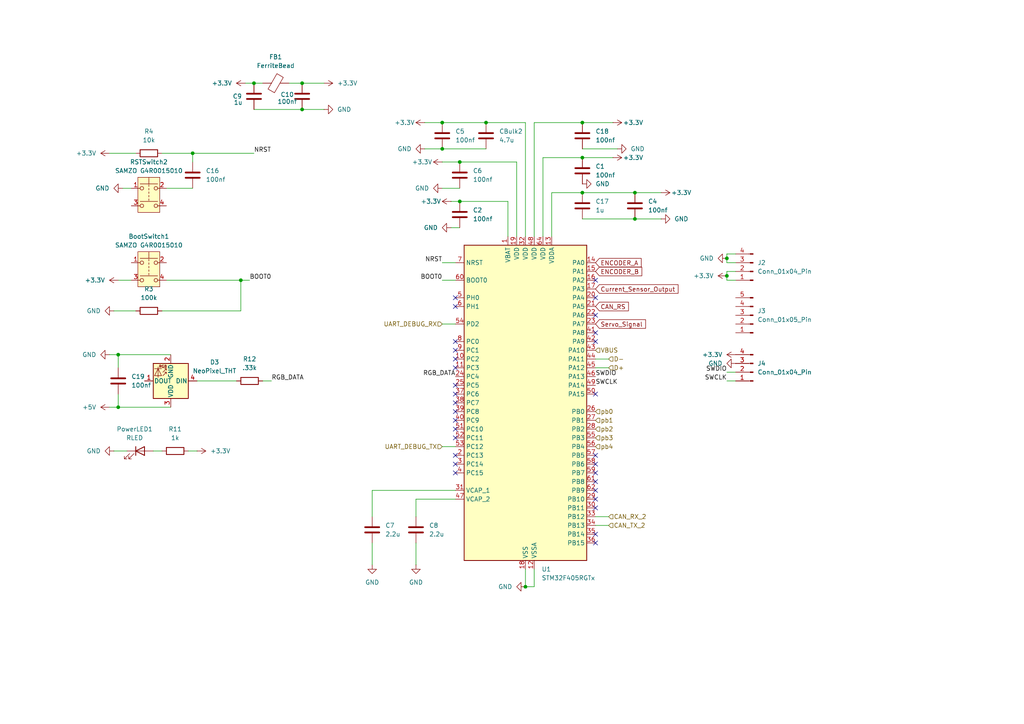
<source format=kicad_sch>
(kicad_sch (version 20250114) (generator "eeschema") (generator_version "9.0")
  (paper "A4")
  (lib_symbols
    (symbol "Connector:Conn_01x04_Pin" (pin_names (offset 1.016) (hide yes))
      (property "Reference" "J" (at 0 5.08 0))
      (property "Value" "Conn_01x04_Pin" (at 0 -7.62 0))
      (symbol "Conn_01x04_Pin_1_1"
        (rectangle (start 0.8636 2.667) (end 0 2.413) (stroke (width 0.1524)) (fill (type outline)))
        (rectangle (start 0.8636 0.127) (end 0 -0.127) (stroke (width 0.1524)) (fill (type outline)))
        (rectangle (start 0.8636 -2.413) (end 0 -2.667) (stroke (width 0.1524)) (fill (type outline)))
        (rectangle (start 0.8636 -4.953) (end 0 -5.207) (stroke (width 0.1524)) (fill (type outline)))
        (polyline (pts (xy 1.27 2.54) (xy 0.8636 2.54)) (stroke (width 0.1524)))
        (polyline (pts (xy 1.27 0) (xy 0.8636 0)) (stroke (width 0.1524)))
        (polyline (pts (xy 1.27 -2.54) (xy 0.8636 -2.54)) (stroke (width 0.1524)))
        (polyline (pts (xy 1.27 -5.08) (xy 0.8636 -5.08)) (stroke (width 0.1524)))
        (pin passive line (at 5.08 2.54 180) (length 3.81) (name "Pin_1") (number "1"))
        (pin passive line (at 5.08 0 180) (length 3.81) (name "Pin_2") (number "2"))
        (pin passive line (at 5.08 -2.54 180) (length 3.81) (name "Pin_3") (number "3"))
        (pin passive line (at 5.08 -5.08 180) (length 3.81) (name "Pin_4") (number "4"))
      )
    )
    (symbol "Connector:Conn_01x05_Pin" (pin_names (offset 1.016) (hide yes))
      (property "Reference" "J" (at 0 7.62 0))
      (property "Value" "Conn_01x05_Pin" (at 0 -7.62 0))
      (symbol "Conn_01x05_Pin_1_1"
        (rectangle (start 0.8636 5.207) (end 0 4.953) (stroke (width 0.1524)) (fill (type outline)))
        (rectangle (start 0.8636 2.667) (end 0 2.413) (stroke (width 0.1524)) (fill (type outline)))
        (rectangle (start 0.8636 0.127) (end 0 -0.127) (stroke (width 0.1524)) (fill (type outline)))
        (rectangle (start 0.8636 -2.413) (end 0 -2.667) (stroke (width 0.1524)) (fill (type outline)))
        (rectangle (start 0.8636 -4.953) (end 0 -5.207) (stroke (width 0.1524)) (fill (type outline)))
        (polyline (pts (xy 1.27 5.08) (xy 0.8636 5.08)) (stroke (width 0.1524)))
        (polyline (pts (xy 1.27 2.54) (xy 0.8636 2.54)) (stroke (width 0.1524)))
        (polyline (pts (xy 1.27 0) (xy 0.8636 0)) (stroke (width 0.1524)))
        (polyline (pts (xy 1.27 -2.54) (xy 0.8636 -2.54)) (stroke (width 0.1524)))
        (polyline (pts (xy 1.27 -5.08) (xy 0.8636 -5.08)) (stroke (width 0.1524)))
        (pin passive line (at 5.08 5.08 180) (length 3.81) (name "Pin_1") (number "1"))
        (pin passive line (at 5.08 2.54 180) (length 3.81) (name "Pin_2") (number "2"))
        (pin passive line (at 5.08 0 180) (length 3.81) (name "Pin_3") (number "3"))
        (pin passive line (at 5.08 -2.54 180) (length 3.81) (name "Pin_4") (number "4"))
        (pin passive line (at 5.08 -5.08 180) (length 3.81) (name "Pin_5") (number "5"))
      )
    )
    (symbol "Device:C" (pin_numbers (hide yes)) (pin_names (offset 0.254))
      (property "Reference" "C" (at 0.635 2.54 0))
      (property "Value" "C" (at 0.635 -2.54 0))
      (symbol "C_0_1"
        (polyline (pts (xy -2.032 0.762) (xy 2.032 0.762)) (stroke (width 0.508)))
        (polyline (pts (xy -2.032 -0.762) (xy 2.032 -0.762)) (stroke (width 0.508)))
      )
      (symbol "C_1_1"
        (pin passive line (at 0 3.81 270) (length 2.794) (name "~") (number "1"))
        (pin passive line (at 0 -3.81 90) (length 2.794) (name "~") (number "2"))
      )
    )
    (symbol "Device:FerriteBead" (pin_numbers (hide yes)) (pin_names (offset 0))
      (property "Reference" "FB" (at -3.81 0.635 90))
      (property "Value" "FerriteBead" (at 3.81 0 90))
      (symbol "FerriteBead_0_1"
        (polyline (pts (xy -2.7686 0.4064) (xy -1.7018 2.2606) (xy 2.7686 -0.3048) (xy 1.6764 -2.159) (xy -2.7686 0.4064)))
        (polyline (pts (xy 0 1.27) (xy 0 1.2954)))
        (polyline (pts (xy 0 -1.27) (xy 0 -1.2192)))
      )
      (symbol "FerriteBead_1_1"
        (pin passive line (at 0 3.81 270) (length 2.54) (name "~") (number "1"))
        (pin passive line (at 0 -3.81 90) (length 2.54) (name "~") (number "2"))
      )
    )
    (symbol "Device:LED" (pin_numbers (hide yes)) (pin_names (offset 1.016) (hide yes))
      (property "Reference" "D" (at 0 2.54 0))
      (property "Value" "LED" (at 0 -2.54 0))
      (symbol "LED_0_1"
        (polyline (pts (xy -3.048 -0.762) (xy -4.572 -2.286) (xy -3.81 -2.286) (xy -4.572 -2.286) (xy -4.572 -1.524)))
        (polyline (pts (xy -1.778 -0.762) (xy -3.302 -2.286) (xy -2.54 -2.286) (xy -3.302 -2.286) (xy -3.302 -1.524)))
        (polyline (pts (xy -1.27 0) (xy 1.27 0)))
        (polyline (pts (xy -1.27 -1.27) (xy -1.27 1.27)) (stroke (width 0.254)))
        (polyline (pts (xy 1.27 -1.27) (xy 1.27 1.27) (xy -1.27 0) (xy 1.27 -1.27)) (stroke (width 0.254)))
      )
      (symbol "LED_1_1"
        (pin passive line (at -3.81 0 0) (length 2.54) (name "K") (number "1"))
        (pin passive line (at 3.81 0 180) (length 2.54) (name "A") (number "2"))
      )
    )
    (symbol "Device:R" (pin_numbers (hide yes)) (pin_names (offset 0))
      (property "Reference" "R" (at 2.032 0 90))
      (property "Value" "R" (at 0 0 90))
      (symbol "R_0_1"
        (rectangle (start -1.016 -2.54) (end 1.016 2.54) (stroke (width 0.254)))
      )
      (symbol "R_1_1"
        (pin passive line (at 0 3.81 270) (length 1.27) (name "~") (number "1"))
        (pin passive line (at 0 -3.81 90) (length 1.27) (name "~") (number "2"))
      )
    )
    (symbol "LED:NeoPixel_THT" (pin_names (offset 0.254))
      (property "Reference" "D" (at 5.08 5.715 0))
      (property "Value" "NeoPixel_THT" (at 1.27 -5.715 0))
      (symbol "NeoPixel_THT_0_0"
        (text "RGB" (at 2.286 -4.191 0) (effects (font (size 0.762 0.762))))
      )
      (symbol "NeoPixel_THT_0_1"
        (polyline (pts (xy 1.27 -2.54) (xy 1.778 -2.54)))
        (polyline (pts (xy 1.27 -3.556) (xy 1.778 -3.556)))
        (polyline (pts (xy 2.286 -1.524) (xy 1.27 -2.54) (xy 1.27 -2.032)))
        (polyline (pts (xy 2.286 -2.54) (xy 1.27 -3.556) (xy 1.27 -3.048)))
        (polyline (pts (xy 3.683 -1.016) (xy 3.683 -3.556) (xy 3.683 -4.064)))
        (polyline (pts (xy 4.699 -1.524) (xy 2.667 -1.524) (xy 3.683 -3.556) (xy 4.699 -1.524)))
        (polyline (pts (xy 4.699 -3.556) (xy 2.667 -3.556)))
        (rectangle (start 5.08 5.08) (end -5.08 -5.08) (stroke (width 0.254)) (fill (type background)))
      )
      (symbol "NeoPixel_THT_1_1"
        (pin input line (at -7.62 0 0) (length 2.54) (name "DIN") (number "4"))
        (pin power_in line (at 0 7.62 270) (length 2.54) (name "VDD") (number "3"))
        (pin power_in line (at 0 -7.62 90) (length 2.54) (name "GND") (number "2"))
        (pin output line (at 7.62 0 180) (length 2.54) (name "DOUT") (number "1"))
      )
    )
    (symbol "MCU_ST_STM32F4:STM32F405RGTx"
      (property "Reference" "U" (at -17.78 46.99 0))
      (property "Value" "STM32F405RGTx" (at 10.16 46.99 0))
      (symbol "STM32F405RGTx_0_1"
        (rectangle (start -17.78 -45.72) (end 17.78 45.72) (stroke (width 0.254)) (fill (type background)))
      )
      (symbol "STM32F405RGTx_1_1"
        (pin input line (at -20.32 40.64 0) (length 2.54) (name "NRST") (number "7"))
        (pin input line (at -20.32 35.56 0) (length 2.54) (name "BOOT0") (number "60"))
        (pin bidirectional line (at -20.32 30.48 0) (length 2.54) (name "PH0") (number "5"))
        (pin bidirectional line (at -20.32 27.94 0) (length 2.54) (name "PH1") (number "6"))
        (pin bidirectional line (at -20.32 22.86 0) (length 2.54) (name "PD2") (number "54"))
        (pin bidirectional line (at -20.32 17.78 0) (length 2.54) (name "PC0") (number "8"))
        (pin bidirectional line (at -20.32 15.24 0) (length 2.54) (name "PC1") (number "9"))
        (pin bidirectional line (at -20.32 12.7 0) (length 2.54) (name "PC2") (number "10"))
        (pin bidirectional line (at -20.32 10.16 0) (length 2.54) (name "PC3") (number "11"))
        (pin bidirectional line (at -20.32 7.62 0) (length 2.54) (name "PC4") (number "24"))
        (pin bidirectional line (at -20.32 5.08 0) (length 2.54) (name "PC5") (number "25"))
        (pin bidirectional line (at -20.32 2.54 0) (length 2.54) (name "PC6") (number "37"))
        (pin bidirectional line (at -20.32 0 0) (length 2.54) (name "PC7") (number "38"))
        (pin bidirectional line (at -20.32 -2.54 0) (length 2.54) (name "PC8") (number "39"))
        (pin bidirectional line (at -20.32 -5.08 0) (length 2.54) (name "PC9") (number "40"))
        (pin bidirectional line (at -20.32 -7.62 0) (length 2.54) (name "PC10") (number "51"))
        (pin bidirectional line (at -20.32 -10.16 0) (length 2.54) (name "PC11") (number "52"))
        (pin bidirectional line (at -20.32 -12.7 0) (length 2.54) (name "PC12") (number "53"))
        (pin bidirectional line (at -20.32 -15.24 0) (length 2.54) (name "PC13") (number "2"))
        (pin bidirectional line (at -20.32 -17.78 0) (length 2.54) (name "PC14") (number "3"))
        (pin bidirectional line (at -20.32 -20.32 0) (length 2.54) (name "PC15") (number "4"))
        (pin power_out line (at -20.32 -25.4 0) (length 2.54) (name "VCAP_1") (number "31"))
        (pin power_out line (at -20.32 -27.94 0) (length 2.54) (name "VCAP_2") (number "47"))
        (pin power_in line (at -5.08 48.26 270) (length 2.54) (name "VBAT") (number "1"))
        (pin power_in line (at -2.54 48.26 270) (length 2.54) (name "VDD") (number "19"))
        (pin power_in line (at 0 48.26 270) (length 2.54) (name "VDD") (number "32"))
        (pin power_in line (at 0 -48.26 90) (length 2.54) (name "VSS") (number "18"))
        (pin passive line (at 0 -48.26 90) (length 2.54) (hide yes) (name "VSS") (number "63"))
        (pin power_in line (at 2.54 48.26 270) (length 2.54) (name "VDD") (number "48"))
        (pin power_in line (at 2.54 -48.26 90) (length 2.54) (name "VSSA") (number "12"))
        (pin power_in line (at 5.08 48.26 270) (length 2.54) (name "VDD") (number "64"))
        (pin power_in line (at 7.62 48.26 270) (length 2.54) (name "VDDA") (number "13"))
        (pin bidirectional line (at 20.32 40.64 180) (length 2.54) (name "PA0") (number "14"))
        (pin bidirectional line (at 20.32 38.1 180) (length 2.54) (name "PA1") (number "15"))
        (pin bidirectional line (at 20.32 35.56 180) (length 2.54) (name "PA2") (number "16"))
        (pin bidirectional line (at 20.32 33.02 180) (length 2.54) (name "PA3") (number "17"))
        (pin bidirectional line (at 20.32 30.48 180) (length 2.54) (name "PA4") (number "20"))
        (pin bidirectional line (at 20.32 27.94 180) (length 2.54) (name "PA5") (number "21"))
        (pin bidirectional line (at 20.32 25.4 180) (length 2.54) (name "PA6") (number "22"))
        (pin bidirectional line (at 20.32 22.86 180) (length 2.54) (name "PA7") (number "23"))
        (pin bidirectional line (at 20.32 20.32 180) (length 2.54) (name "PA8") (number "41"))
        (pin bidirectional line (at 20.32 17.78 180) (length 2.54) (name "PA9") (number "42"))
        (pin bidirectional line (at 20.32 15.24 180) (length 2.54) (name "PA10") (number "43"))
        (pin bidirectional line (at 20.32 12.7 180) (length 2.54) (name "PA11") (number "44"))
        (pin bidirectional line (at 20.32 10.16 180) (length 2.54) (name "PA12") (number "45"))
        (pin bidirectional line (at 20.32 7.62 180) (length 2.54) (name "PA13") (number "46"))
        (pin bidirectional line (at 20.32 5.08 180) (length 2.54) (name "PA14") (number "49"))
        (pin bidirectional line (at 20.32 2.54 180) (length 2.54) (name "PA15") (number "50"))
        (pin bidirectional line (at 20.32 -2.54 180) (length 2.54) (name "PB0") (number "26"))
        (pin bidirectional line (at 20.32 -5.08 180) (length 2.54) (name "PB1") (number "27"))
        (pin bidirectional line (at 20.32 -7.62 180) (length 2.54) (name "PB2") (number "28"))
        (pin bidirectional line (at 20.32 -10.16 180) (length 2.54) (name "PB3") (number "55"))
        (pin bidirectional line (at 20.32 -12.7 180) (length 2.54) (name "PB4") (number "56"))
        (pin bidirectional line (at 20.32 -15.24 180) (length 2.54) (name "PB5") (number "57"))
        (pin bidirectional line (at 20.32 -17.78 180) (length 2.54) (name "PB6") (number "58"))
        (pin bidirectional line (at 20.32 -20.32 180) (length 2.54) (name "PB7") (number "59"))
        (pin bidirectional line (at 20.32 -22.86 180) (length 2.54) (name "PB8") (number "61"))
        (pin bidirectional line (at 20.32 -25.4 180) (length 2.54) (name "PB9") (number "62"))
        (pin bidirectional line (at 20.32 -27.94 180) (length 2.54) (name "PB10") (number "29"))
        (pin bidirectional line (at 20.32 -30.48 180) (length 2.54) (name "PB11") (number "30"))
        (pin bidirectional line (at 20.32 -33.02 180) (length 2.54) (name "PB12") (number "33"))
        (pin bidirectional line (at 20.32 -35.56 180) (length 2.54) (name "PB13") (number "34"))
        (pin bidirectional line (at 20.32 -38.1 180) (length 2.54) (name "PB14") (number "35"))
        (pin bidirectional line (at 20.32 -40.64 180) (length 2.54) (name "PB15") (number "36"))
      )
    )
    (symbol "Switch:SW_Push_Dual" (pin_names (offset 1.016) (hide yes))
      (property "Reference" "SW" (at 0 7.62 0))
      (property "Value" "SW_Push_Dual" (at 0 -6.35 0))
      (symbol "SW_Push_Dual_0_1"
        (circle (center -2.032 2.54) (radius 0.508))
        (circle (center -2.032 -2.54) (radius 0.508))
        (polyline (pts (xy 0 3.81) (xy 0 5.588)))
        (polyline (pts (xy 0 3.048) (xy 0 3.556)))
        (polyline (pts (xy 0 2.032) (xy 0 2.54)))
        (polyline (pts (xy 0 1.016) (xy 0 1.524)))
        (polyline (pts (xy 0 0.508) (xy 0 0)))
        (polyline (pts (xy 0 -0.508) (xy 0 -1.016)))
        (circle (center 2.032 2.54) (radius 0.508))
        (circle (center 2.032 -2.54) (radius 0.508))
        (polyline (pts (xy 2.54 3.81) (xy -2.54 3.81)))
        (polyline (pts (xy 2.54 -1.27) (xy -2.54 -1.27)))
        (pin passive line (at -5.08 2.54 0) (length 2.54) (name "1") (number "1"))
        (pin passive line (at -5.08 -2.54 0) (length 2.54) (name "3") (number "3"))
        (pin passive line (at 5.08 2.54 180) (length 2.54) (name "2") (number "2"))
        (pin passive line (at 5.08 -2.54 180) (length 2.54) (name "4") (number "4"))
      )
      (symbol "SW_Push_Dual_1_1"
        (rectangle (start -3.175 5.715) (end 3.175 -4.445) (fill (type background)))
      )
    )
    (symbol "power:+3.3V" (power) (pin_numbers (hide yes)) (pin_names (offset 0) (hide yes))
      (property "Value" "+3.3V" (at 0 3.556 0))
      (symbol "+3.3V_0_1"
        (polyline (pts (xy -0.762 1.27) (xy 0 2.54)))
        (polyline (pts (xy 0 2.54) (xy 0.762 1.27)))
        (polyline (pts (xy 0 0) (xy 0 2.54)))
      )
      (symbol "+3.3V_1_1"
        (pin power_in line (at 0 0 90) (length 0) (name "~") (number "1"))
      )
    )
    (symbol "power:+5V" (power) (pin_numbers (hide yes)) (pin_names (offset 0) (hide yes))
      (property "Value" "+5V" (at 0 3.556 0))
      (symbol "+5V_0_1"
        (polyline (pts (xy -0.762 1.27) (xy 0 2.54)))
        (polyline (pts (xy 0 2.54) (xy 0.762 1.27)))
        (polyline (pts (xy 0 0) (xy 0 2.54)))
      )
      (symbol "+5V_1_1"
        (pin power_in line (at 0 0 90) (length 0) (name "~") (number "1"))
      )
    )
    (symbol "power:GND" (power) (pin_numbers (hide yes)) (pin_names (offset 0) (hide yes))
      (property "Value" "GND" (at 0 -3.81 0))
      (symbol "GND_0_1"
        (polyline (pts (xy 0 0) (xy 0 -1.27) (xy 1.27 -1.27) (xy 0 -2.54) (xy -1.27 -1.27) (xy 0 -1.27)))
      )
      (symbol "GND_1_1"
        (pin power_in line (at 0 0 270) (length 0) (name "~") (number "1"))
      )
    )
  )
  (junction (at 87.63 24.13))
  (junction (at 55.88 44.45))
  (junction (at 168.91 45.72))
  (junction (at 34.29 102.87))
  (junction (at 152.4 170.18))
  (junction (at 133.35 46.99))
  (junction (at 133.35 58.42))
  (junction (at 210.82 80.01))
  (junction (at 34.29 118.11))
  (junction (at 168.91 55.88))
  (junction (at 184.15 55.88))
  (junction (at 210.82 74.93))
  (junction (at 184.15 63.5))
  (junction (at 73.66 24.13))
  (junction (at 69.85 81.28))
  (junction (at 140.97 35.56))
  (junction (at 128.27 43.18))
  (junction (at 168.91 35.56))
  (junction (at 87.63 31.75))
  (junction (at 128.27 35.56))
  (no_connect (at 132.08 101.6))
  (no_connect (at 172.72 139.7))
  (no_connect (at 132.08 127))
  (no_connect (at 132.08 134.62))
  (no_connect (at 132.08 106.68))
  (no_connect (at 132.08 116.84))
  (no_connect (at 132.08 104.14))
  (no_connect (at 132.08 119.38))
  (no_connect (at 132.08 124.46))
  (no_connect (at 172.72 81.28))
  (no_connect (at 172.72 99.06))
  (no_connect (at 172.72 142.24))
  (no_connect (at 132.08 99.06))
  (no_connect (at 172.72 154.94))
  (no_connect (at 172.72 96.52))
  (no_connect (at 172.72 147.32))
  (no_connect (at 172.72 134.62))
  (no_connect (at 132.08 111.76))
  (no_connect (at 172.72 91.44))
  (no_connect (at 132.08 86.36))
  (no_connect (at 172.72 157.48))
  (no_connect (at 132.08 137.16))
  (no_connect (at 132.08 88.9))
  (no_connect (at 132.08 114.3))
  (no_connect (at 132.08 121.92))
  (no_connect (at 132.08 132.08))
  (no_connect (at 172.72 137.16))
  (no_connect (at 172.72 132.08))
  (no_connect (at 172.72 114.3))
  (no_connect (at 172.72 86.36))
  (no_connect (at 172.72 144.78))
  (wire (pts (xy 177.8 35.56) (xy 168.91 35.56)))
  (wire (pts (xy 179.07 43.18) (xy 168.91 43.18)))
  (wire (pts (xy 48.26 54.61) (xy 55.88 54.61)))
  (wire (pts (xy 128.27 35.56) (xy 140.97 35.56)))
  (wire (pts (xy 87.63 24.13) (xy 93.98 24.13)))
  (wire (pts (xy 128.27 81.28) (xy 132.08 81.28)))
  (wire (pts (xy 57.15 130.81) (xy 54.61 130.81)))
  (wire (pts (xy 57.15 110.49) (xy 68.58 110.49)))
  (wire (pts (xy 69.85 81.28) (xy 72.39 81.28)))
  (wire (pts (xy 31.75 44.45) (xy 39.37 44.45)))
  (wire (pts (xy 210.82 80.01) (xy 210.82 81.28)))
  (wire (pts (xy 147.32 58.42) (xy 147.32 68.58)))
  (wire (pts (xy 157.48 45.72) (xy 157.48 68.58)))
  (wire (pts (xy 46.99 44.45) (xy 55.88 44.45)))
  (wire (pts (xy 177.8 45.72) (xy 168.91 45.72)))
  (wire (pts (xy 152.4 35.56) (xy 152.4 68.58)))
  (wire (pts (xy 160.02 55.88) (xy 160.02 68.58)))
  (wire (pts (xy 120.65 157.48) (xy 120.65 163.83)))
  (wire (pts (xy 31.75 118.11) (xy 34.29 118.11)))
  (wire (pts (xy 48.26 81.28) (xy 69.85 81.28)))
  (wire (pts (xy 33.02 90.17) (xy 39.37 90.17)))
  (wire (pts (xy 152.4 170.18) (xy 154.94 170.18)))
  (wire (pts (xy 55.88 44.45) (xy 55.88 46.99)))
  (wire (pts (xy 34.29 81.28) (xy 38.1 81.28)))
  (wire (pts (xy 149.86 46.99) (xy 149.86 68.58)))
  (wire (pts (xy 78.74 110.49) (xy 76.2 110.49)))
  (wire (pts (xy 168.91 63.5) (xy 184.15 63.5)))
  (wire (pts (xy 128.27 43.18) (xy 140.97 43.18)))
  (wire (pts (xy 210.82 107.95) (xy 213.36 107.95)))
  (wire (pts (xy 128.27 76.2) (xy 132.08 76.2)))
  (wire (pts (xy 123.19 43.18) (xy 128.27 43.18)))
  (wire (pts (xy 120.65 144.78) (xy 132.08 144.78)))
  (wire (pts (xy 130.81 58.42) (xy 133.35 58.42)))
  (wire (pts (xy 128.27 46.99) (xy 133.35 46.99)))
  (wire (pts (xy 157.48 45.72) (xy 168.91 45.72)))
  (wire (pts (xy 35.56 54.61) (xy 38.1 54.61)))
  (wire (pts (xy 87.63 31.75) (xy 93.98 31.75)))
  (wire (pts (xy 120.65 149.86) (xy 120.65 144.78)))
  (wire (pts (xy 132.08 142.24) (xy 107.95 142.24)))
  (wire (pts (xy 31.75 102.87) (xy 34.29 102.87)))
  (wire (pts (xy 154.94 35.56) (xy 154.94 68.58)))
  (wire (pts (xy 107.95 142.24) (xy 107.95 149.86)))
  (wire (pts (xy 172.72 106.68) (xy 176.53 106.68)))
  (wire (pts (xy 133.35 46.99) (xy 149.86 46.99)))
  (wire (pts (xy 130.81 66.04) (xy 133.35 66.04)))
  (wire (pts (xy 128.27 93.98) (xy 132.08 93.98)))
  (wire (pts (xy 69.85 81.28) (xy 69.85 90.17)))
  (wire (pts (xy 172.72 149.86) (xy 176.53 149.86)))
  (wire (pts (xy 168.91 55.88) (xy 184.15 55.88)))
  (wire (pts (xy 172.72 104.14) (xy 176.53 104.14)))
  (wire (pts (xy 34.29 102.87) (xy 49.53 102.87)))
  (wire (pts (xy 34.29 102.87) (xy 34.29 106.68)))
  (wire (pts (xy 191.77 55.88) (xy 184.15 55.88)))
  (wire (pts (xy 140.97 35.56) (xy 152.4 35.56)))
  (wire (pts (xy 210.82 76.2) (xy 213.36 76.2)))
  (wire (pts (xy 191.77 63.5) (xy 184.15 63.5)))
  (wire (pts (xy 73.66 31.75) (xy 87.63 31.75)))
  (wire (pts (xy 107.95 157.48) (xy 107.95 163.83)))
  (wire (pts (xy 213.36 73.66) (xy 210.82 73.66)))
  (wire (pts (xy 69.85 90.17) (xy 46.99 90.17)))
  (wire (pts (xy 160.02 55.88) (xy 168.91 55.88)))
  (wire (pts (xy 123.19 35.56) (xy 128.27 35.56)))
  (wire (pts (xy 83.82 24.13) (xy 87.63 24.13)))
  (wire (pts (xy 154.94 35.56) (xy 168.91 35.56)))
  (wire (pts (xy 172.72 152.4) (xy 176.53 152.4)))
  (wire (pts (xy 154.94 170.18) (xy 154.94 165.1)))
  (wire (pts (xy 213.36 78.74) (xy 210.82 78.74)))
  (wire (pts (xy 34.29 118.11) (xy 49.53 118.11)))
  (wire (pts (xy 210.82 78.74) (xy 210.82 80.01)))
  (wire (pts (xy 152.4 165.1) (xy 152.4 170.18)))
  (wire (pts (xy 55.88 44.45) (xy 73.66 44.45)))
  (wire (pts (xy 73.66 24.13) (xy 76.2 24.13)))
  (wire (pts (xy 210.82 73.66) (xy 210.82 74.93)))
  (wire (pts (xy 44.45 130.81) (xy 46.99 130.81)))
  (wire (pts (xy 33.02 130.81) (xy 36.83 130.81)))
  (wire (pts (xy 210.82 81.28) (xy 213.36 81.28)))
  (wire (pts (xy 71.12 24.13) (xy 73.66 24.13)))
  (wire (pts (xy 133.35 58.42) (xy 147.32 58.42)))
  (wire (pts (xy 210.82 74.93) (xy 210.82 76.2)))
  (wire (pts (xy 210.82 110.49) (xy 213.36 110.49)))
  (wire (pts (xy 128.27 129.54) (xy 132.08 129.54)))
  (wire (pts (xy 128.27 54.61) (xy 133.35 54.61)))
  (wire (pts (xy 34.29 114.3) (xy 34.29 118.11)))
  (label "NRST" (at 73.66 44.45 0))
  (label "SWCLK" (at 210.82 110.49 180))
  (label "NRST" (at 128.27 76.2 180))
  (label "BOOT0" (at 128.27 81.28 180))
  (label "SWDIO" (at 172.72 109.22 0))
  (label "RGB_DATA" (at 78.74 110.49 0))
  (label "SWCLK" (at 172.72 111.76 0))
  (label "SWDIO" (at 210.82 107.95 180))
  (label "BOOT0" (at 72.39 81.28 0))
  (label "RGB_DATA" (at 132.08 109.22 180))
  (global_label "Servo_Signal" (shape input) (at 172.72 93.98 0) (property "Intersheetrefs" "${INTERSHEET_REFS}" (effects (hide yes))))
  (global_label "CAN_RS" (shape input) (at 172.72 88.9 0) (property "Intersheetrefs" "${INTERSHEET_REFS}" (effects (hide yes))))
  (global_label "Current_Sensor_Output" (shape input) (at 172.72 83.82 0) (property "Intersheetrefs" "${INTERSHEET_REFS}" (effects (hide yes))))
  (global_label "ENCODER_B" (shape input) (at 172.72 78.74 0) (property "Intersheetrefs" "${INTERSHEET_REFS}" (effects (hide yes))))
  (global_label "ENCODER_A" (shape input) (at 172.72 76.2 0) (property "Intersheetrefs" "${INTERSHEET_REFS}" (effects (hide yes))))
  (hierarchical_label "CAN_TX_2" (shape input) (at 176.53 152.4 0))
  (hierarchical_label "UART_DEBUG_TX" (shape input) (at 128.27 129.54 180))
  (hierarchical_label "UART_DEBUG_RX" (shape input) (at 128.27 93.98 180))
  (hierarchical_label "pb0" (shape input) (at 172.72 119.38 0))
  (hierarchical_label "CAN_RX_2" (shape input) (at 176.53 149.86 0))
  (hierarchical_label "VBUS" (shape input) (at 172.72 101.6 0))
  (hierarchical_label "pb2" (shape input) (at 172.72 124.46 0))
  (hierarchical_label "D-" (shape input) (at 176.53 104.14 0))
  (hierarchical_label "pb4" (shape input) (at 172.72 129.54 0))
  (hierarchical_label "D+" (shape input) (at 176.53 106.68 0))
  (hierarchical_label "pb1" (shape input) (at 172.72 121.92 0))
  (hierarchical_label "pb3" (shape input) (at 172.72 127 0))
  (symbol (lib_id "power:+3.3V") (at 191.77 55.88 270) (unit 1)
    (property "Reference" "#PWR0133" (effects (hide yes)))
    (property "Value" "+3.3V" (at 197.612 55.88 90))
    (property "Description" "Power symbol creates a global label with name \"+3.3V\"" (effects (hide yes)))
    (instances (project "CameraBoard" (path "" (reference "#PWR058") (unit 1))) (project "" (path "" (reference "#PWR0133") (unit 1))))
  )
  (symbol (lib_id "power:GND") (at 152.4 170.18 270) (unit 1)
    (property "Reference" "#PWR0103" (effects (hide yes)))
    (property "Value" "GND" (at 148.59 170.1799 90) (effects (justify right)))
    (property "Description" "Power symbol creates a global label with name \"GND\" , ground" (effects (hide yes)))
    (instances (project "cameraBoardSchematic" (path "" (reference "#PWR014") (unit 1))) (project "" (path "" (reference "#PWR0103") (unit 1))))
  )
  (symbol (lib_id "power:GND") (at 33.02 130.81 270) (unit 1)
    (property "Reference" "#PWR056" (effects (hide yes)))
    (property "Value" "GND" (at 29.21 130.8099 90) (effects (justify right)))
    (property "Description" "Power symbol creates a global label with name \"GND\" , ground" (effects (hide yes)))
  )
  (symbol (lib_id "power:+3.3V") (at 177.8 45.72 270) (unit 1)
    (property "Reference" "#PWR0129" (effects (hide yes)))
    (property "Value" "+3.3V" (at 183.642 45.72 90))
    (property "Description" "Power symbol creates a global label with name \"+3.3V\"" (effects (hide yes)))
    (instances (project "CameraBoard" (path "" (reference "#PWR060") (unit 1))) (project "" (path "" (reference "#PWR0129") (unit 1))))
  )
  (symbol (lib_id "power:GND") (at 128.27 54.61 270) (unit 1)
    (property "Reference" "#PWR0110" (effects (hide yes)))
    (property "Value" "GND" (at 124.46 54.6099 90) (effects (justify right)))
    (property "Description" "Power symbol creates a global label with name \"GND\" , ground" (effects (hide yes)))
    (instances (project "CameraBoard" (path "" (reference "#PWR055") (unit 1))) (project "" (path "" (reference "#PWR0110") (unit 1))))
  )
  (symbol (lib_id "Switch:SW_Push_Dual") (at 43.18 57.15 0) (unit 1)
    (property "Reference" "RSTSwitch2" (at 43.18 46.99 0))
    (property "Value" "SAMZO G4R0015010" (at 43.18 49.53 0))
    (property "Footprint" "myFootprints:SAMZO G4R0015010" (effects (hide yes)))
    (property "Description" "Push button switch, generic, symbol, four pins" (effects (hide yes)))
  )
  (symbol (lib_id "power:+3.3V") (at 213.36 102.87 90) (unit 1)
    (property "Reference" "#PWR09" (effects (hide yes)))
    (property "Value" "+3.3V" (at 209.55 102.8699 90) (effects (justify left)))
    (property "Description" "Power symbol creates a global label with name \"+3.3V\"" (effects (hide yes)))
  )
  (symbol (lib_id "power:GND") (at 213.36 105.41 270) (unit 1)
    (property "Reference" "#PWR010" (effects (hide yes)))
    (property "Value" "GND" (at 209.55 105.4099 90) (effects (justify right)))
    (property "Description" "Power symbol creates a global label with name \"GND\" , ground" (effects (hide yes)))
  )
  (symbol (lib_id "Switch:SW_Push_Dual") (at 43.18 78.74 0) (unit 1)
    (property "Reference" "BootSwitch1" (at 43.18 68.58 0))
    (property "Value" "SAMZO G4R0015010" (at 43.18 71.12 0))
    (property "Footprint" "myFootprints:SAMZO G4R0015010" (effects (hide yes)))
    (property "Description" "Push button switch, generic, symbol, four pins" (effects (hide yes)))
  )
  (symbol (lib_id "power:+3.3V") (at 31.75 44.45 90) (unit 1)
    (property "Reference" "#PWR0105" (effects (hide yes)))
    (property "Value" "+3.3V" (at 27.94 44.4499 90) (effects (justify left)))
    (property "Description" "Power symbol creates a global label with name \"+3.3V\"" (effects (hide yes)))
    (instances (project "cameraBoardSchematic" (path "" (reference "#PWR019") (unit 1))) (project "" (path "" (reference "#PWR0105") (unit 1))))
  )
  (symbol (lib_id "Connector:Conn_01x04_Pin") (at 218.44 78.74 180) (unit 1)
    (property "Reference" "J2" (at 219.71 76.1999 0) (effects (justify right)))
    (property "Value" "Conn_01x04_Pin" (at 219.71 78.7399 0) (effects (justify right)))
    (property "Footprint" "Connector_PinHeader_2.54mm:PinHeader_1x04_P2.54mm_Vertical" (effects (hide yes)))
    (property "Description" "Generic connector, single row, 01x04, script generated" (effects (hide yes)))
  )
  (symbol (lib_id "Device:C") (at 128.27 39.37 0) (unit 1)
    (property "Reference" "C11" (at 132.08 38.0999 0) (effects (justify left)))
    (property "Value" "100nf" (at 132.08 40.6399 0) (effects (justify left)))
    (property "Footprint" "Capacitor_SMD:C_0805_2012Metric_Pad1.18x1.45mm_HandSolder" (effects (hide yes)))
    (property "Description" "Unpolarized capacitor" (effects (hide yes)))
    (instances (project "cameraBoardSchematic" (path "" (reference "C5") (unit 1))) (project "" (path "" (reference "C11") (unit 1))))
  )
  (symbol (lib_id "power:+3.3V") (at 71.12 24.13 90) (unit 1)
    (property "Reference" "#PWR0104" (effects (hide yes)))
    (property "Value" "+3.3V" (at 67.31 24.1299 90) (effects (justify left)))
    (property "Description" "Power symbol creates a global label with name \"+3.3V\"" (effects (hide yes)))
    (instances (project "cameraBoardSchematic" (path "" (reference "#PWR08") (unit 1))) (project "" (path "" (reference "#PWR0104") (unit 1))))
  )
  (symbol (lib_id "Connector:Conn_01x05_Pin") (at 218.44 91.44 180) (unit 1)
    (property "Reference" "J3" (at 219.71 90.1699 0) (effects (justify right)))
    (property "Value" "Conn_01x05_Pin" (at 219.71 92.7099 0) (effects (justify right)))
    (property "Footprint" "Connector_PinHeader_2.54mm:PinHeader_1x05_P2.54mm_Vertical" (effects (hide yes)))
    (property "Description" "Generic connector, single row, 01x05, script generated" (effects (hide yes)))
  )
  (symbol (lib_id "Device:LED") (at 40.64 130.81 0) (unit 1)
    (property "Reference" "PowerLED1" (at 39.0525 124.46 0))
    (property "Value" "RLED" (at 39.0525 127 0))
    (property "Footprint" "LED_SMD:LED_0603_1608Metric_Pad1.05x0.95mm_HandSolder" (effects (hide yes)))
    (property "Description" "Light emitting diode" (effects (hide yes)))
    (property "Sim.Pins" "1=K 2=A" (effects (hide yes)))
  )
  (symbol (lib_id "power:GND") (at 107.95 163.83 0) (unit 1)
    (property "Reference" "#PWR0101" (effects (hide yes)))
    (property "Value" "GND" (at 107.95 168.91 0))
    (property "Description" "Power symbol creates a global label with name \"GND\" , ground" (effects (hide yes)))
    (instances (project "cameraBoardSchematic" (path "" (reference "#PWR012") (unit 1))) (project "" (path "" (reference "#PWR0101") (unit 1))))
  )
  (symbol (lib_id "power:+3.3V") (at 34.29 81.28 90) (unit 1)
    (property "Reference" "#PWR0107" (effects (hide yes)))
    (property "Value" "+3.3V" (at 30.48 81.2799 90) (effects (justify left)))
    (property "Description" "Power symbol creates a global label with name \"+3.3V\"" (effects (hide yes)))
    (instances (project "" (path "" (reference "#PWR017") (unit 1))) (project "" (path "" (reference "#PWR0107") (unit 1))))
  )
  (symbol (lib_id "Device:C") (at 168.91 59.69 0) (unit 1)
    (property "Reference" "C16" (at 172.72 58.4199 0) (effects (justify left)))
    (property "Value" "1u" (at 172.72 60.9599 0) (effects (justify left)))
    (property "Footprint" "Capacitor_SMD:C_0805_2012Metric_Pad1.18x1.45mm_HandSolder" (effects (hide yes)))
    (property "Description" "Unpolarized capacitor" (effects (hide yes)))
    (instances (project "CameraBoard" (path "" (reference "C17") (unit 1))) (project "" (path "" (reference "C16") (unit 1))))
  )
  (symbol (lib_id "Device:C") (at 133.35 62.23 0) (unit 1)
    (property "Reference" "C13" (at 137.16 60.9599 0) (effects (justify left)))
    (property "Value" "100nf" (at 137.16 63.4999 0) (effects (justify left)))
    (property "Footprint" "Capacitor_SMD:C_0805_2012Metric_Pad1.18x1.45mm_HandSolder" (effects (hide yes)))
    (property "Description" "Unpolarized capacitor" (effects (hide yes)))
    (instances (project "" (path "" (reference "C2") (unit 1))) (project "" (path "" (reference "C13") (unit 1))))
  )
  (symbol (lib_id "power:GND") (at 120.65 163.83 0) (unit 1)
    (property "Reference" "#PWR0102" (effects (hide yes)))
    (property "Value" "GND" (at 120.65 168.91 0))
    (property "Description" "Power symbol creates a global label with name \"GND\" , ground" (effects (hide yes)))
    (instances (project "cameraBoardSchematic" (path "" (reference "#PWR013") (unit 1))) (project "" (path "" (reference "#PWR0102") (unit 1))))
  )
  (symbol (lib_id "power:GND") (at 168.91 53.34 90) (unit 1)
    (property "Reference" "#PWR0132" (effects (hide yes)))
    (property "Value" "GND" (at 172.72 53.3399 90) (effects (justify right)))
    (property "Description" "Power symbol creates a global label with name \"GND\" , ground" (effects (hide yes)))
    (instances (project "CameraBoard" (path "" (reference "#PWR061") (unit 1))) (project "" (path "" (reference "#PWR0132") (unit 1))))
  )
  (symbol (lib_id "Device:R") (at 43.18 44.45 90) (unit 1)
    (property "Reference" "R5" (at 43.18 38.1 90))
    (property "Value" "10k" (at 43.18 40.64 90))
    (property "Footprint" "Resistor_SMD:R_0805_2012Metric_Pad1.20x1.40mm_HandSolder" (effects (hide yes)))
    (property "Description" "Resistor" (effects (hide yes)))
    (instances (project "" (path "" (reference "R4") (unit 1))) (project "" (path "" (reference "R5") (unit 1))))
  )
  (symbol (lib_id "power:+3.3V") (at 128.27 46.99 90) (unit 1)
    (property "Reference" "#PWR0128" (effects (hide yes)))
    (property "Value" "+3.3V" (at 122.428 46.99 90))
    (property "Description" "Power symbol creates a global label with name \"+3.3V\"" (effects (hide yes)))
    (instances (project "CameraBoard" (path "" (reference "#PWR054") (unit 1))) (project "" (path "" (reference "#PWR0128") (unit 1))))
  )
  (symbol (lib_id "power:+3.3V") (at 123.19 35.56 90) (unit 1)
    (property "Reference" "#PWR0112" (effects (hide yes)))
    (property "Value" "+3.3V" (at 117.348 35.56 90))
    (property "Description" "Power symbol creates a global label with name \"+3.3V\"" (effects (hide yes)))
    (instances (project "CameraBoard" (path "" (reference "#PWR057") (unit 1))) (project "" (path "" (reference "#PWR0112") (unit 1))))
  )
  (symbol (lib_id "LED:NeoPixel_THT") (at 49.53 110.49 180) (unit 1)
    (property "Reference" "D3" (at 62.23 105.0446 0))
    (property "Value" "NeoPixel_THT" (at 62.23 107.5846 0))
    (property "Footprint" "LED_SMD:LED_Kingbright_AAA3528ESGCT" (effects (hide yes)))
    (property "Datasheet" "https://www.adafruit.com/product/1938" (effects (hide yes)))
    (property "Description" "RGB LED with integrated controller, 5mm/8mm LED package" (effects (hide yes)))
  )
  (symbol (lib_id "Device:C") (at 140.97 39.37 0) (unit 1)
    (property "Reference" "CBulk1" (at 144.78 38.0999 0) (effects (justify left)))
    (property "Value" "4.7u" (at 144.78 40.6399 0) (effects (justify left)))
    (property "Footprint" "Capacitor_SMD:C_0805_2012Metric_Pad1.18x1.45mm_HandSolder" (effects (hide yes)))
    (property "Description" "Unpolarized capacitor" (effects (hide yes)))
    (instances (project "cameraBoardSchematic" (path "" (reference "CBulk2") (unit 1))) (project "" (path "" (reference "CBulk1") (unit 1))))
  )
  (symbol (lib_id "power:+3.3V") (at 177.8 35.56 270) (unit 1)
    (property "Reference" "#PWR0130" (effects (hide yes)))
    (property "Value" "+3.3V" (at 183.642 35.56 90))
    (property "Description" "Power symbol creates a global label with name \"+3.3V\"" (effects (hide yes)))
    (instances (project "CameraBoard" (path "" (reference "#PWR062") (unit 1))) (project "" (path "" (reference "#PWR0130") (unit 1))))
  )
  (symbol (lib_id "power:GND") (at 130.81 66.04 270) (unit 1)
    (property "Reference" "#PWR0109" (effects (hide yes)))
    (property "Value" "GND" (at 127 66.0399 90) (effects (justify right)))
    (property "Description" "Power symbol creates a global label with name \"GND\" , ground" (effects (hide yes)))
    (instances (project "" (path "" (reference "#PWR053") (unit 1))) (project "" (path "" (reference "#PWR0109") (unit 1))))
  )
  (symbol (lib_id "power:GND") (at 35.56 54.61 270) (unit 1)
    (property "Reference" "#PWR0106" (effects (hide yes)))
    (property "Value" "GND" (at 31.75 54.6099 90) (effects (justify right)))
    (property "Description" "Power symbol creates a global label with name \"GND\" , ground" (effects (hide yes)))
    (instances (project "cameraBoardSchematic" (path "" (reference "#PWR020") (unit 1))) (project "" (path "" (reference "#PWR0106") (unit 1))))
  )
  (symbol (lib_id "Connector:Conn_01x04_Pin") (at 218.44 107.95 180) (unit 1)
    (property "Reference" "J4" (at 219.71 105.4099 0) (effects (justify right)))
    (property "Value" "Conn_01x04_Pin" (at 219.71 107.9499 0) (effects (justify right)))
    (property "Footprint" "Connector_PinHeader_2.54mm:PinHeader_1x04_P2.54mm_Vertical" (effects (hide yes)))
    (property "Description" "Generic connector, single row, 01x04, script generated" (effects (hide yes)))
  )
  (symbol (lib_id "power:+3.3V") (at 57.15 130.81 270) (unit 1)
    (property "Reference" "#PWR064" (effects (hide yes)))
    (property "Value" "+3.3V" (at 60.96 130.8099 90) (effects (justify left)))
    (property "Description" "Power symbol creates a global label with name \"+3.3V\"" (effects (hide yes)))
  )
  (symbol (lib_id "Device:FerriteBead") (at 80.01 24.13 90) (unit 1)
    (property "Reference" "FB1" (at 79.9592 16.51 90))
    (property "Value" "FerriteBead" (at 79.9592 19.05 90))
    (property "Footprint" "Resistor_SMD:R_0805_2012Metric_Pad1.20x1.40mm_HandSolder" (effects (hide yes)))
    (property "Description" "Ferrite bead" (effects (hide yes)))
  )
  (symbol (lib_id "power:GND") (at 31.75 102.87 270) (unit 1)
    (property "Reference" "#PWR065" (effects (hide yes)))
    (property "Value" "GND" (at 27.94 102.8699 90) (effects (justify right)))
    (property "Description" "Power symbol creates a global label with name \"GND\" , ground" (effects (hide yes)))
  )
  (symbol (lib_id "power:GND") (at 179.07 43.18 90) (unit 1)
    (property "Reference" "#PWR0131" (effects (hide yes)))
    (property "Value" "GND" (at 182.88 43.1799 90) (effects (justify right)))
    (property "Description" "Power symbol creates a global label with name \"GND\" , ground" (effects (hide yes)))
    (instances (project "CameraBoard" (path "" (reference "#PWR063") (unit 1))) (project "" (path "" (reference "#PWR0131") (unit 1))))
  )
  (symbol (lib_id "Device:C") (at 168.91 49.53 0) (unit 1)
    (property "Reference" "C15" (at 172.72 48.2599 0) (effects (justify left)))
    (property "Value" "100nf" (at 172.72 50.7999 0) (effects (justify left)))
    (property "Footprint" "Capacitor_SMD:C_0805_2012Metric_Pad1.18x1.45mm_HandSolder" (effects (hide yes)))
    (property "Description" "Unpolarized capacitor" (effects (hide yes)))
    (instances (project "cameraBoardSchematic" (path "" (reference "C1") (unit 1))) (project "" (path "" (reference "C15") (unit 1))))
  )
  (symbol (lib_id "power:GND") (at 93.98 31.75 90) (unit 1)
    (property "Reference" "#PWR0127" (effects (hide yes)))
    (property "Value" "GND" (at 97.79 31.7499 90) (effects (justify right)))
    (property "Description" "Power symbol creates a global label with name \"GND\" , ground" (effects (hide yes)))
    (instances (project "cameraBoardSchematic" (path "" (reference "#PWR04") (unit 1))) (project "" (path "" (reference "#PWR0127") (unit 1))))
  )
  (symbol (lib_id "Device:C") (at 55.88 50.8 0) (unit 1)
    (property "Reference" "C6" (at 59.69 49.5299 0) (effects (justify left)))
    (property "Value" "100nf" (at 59.69 52.0699 0) (effects (justify left)))
    (property "Footprint" "Capacitor_SMD:C_0805_2012Metric_Pad1.18x1.45mm_HandSolder" (effects (hide yes)))
    (property "Description" "Unpolarized capacitor" (effects (hide yes)))
    (instances (project "" (path "" (reference "C16") (unit 1))) (project "" (path "" (reference "C6") (unit 1))))
  )
  (symbol (lib_id "Device:R") (at 72.39 110.49 90) (unit 1)
    (property "Reference" "R12" (at 72.39 104.14 90))
    (property "Value" ".33k" (at 72.39 106.68 90))
    (property "Footprint" "Resistor_SMD:R_0805_2012Metric_Pad1.20x1.40mm_HandSolder" (effects (hide yes)))
    (property "Description" "Resistor" (effects (hide yes)))
  )
  (symbol (lib_id "power:GND") (at 123.19 43.18 270) (unit 1)
    (property "Reference" "#PWR0126" (effects (hide yes)))
    (property "Value" "GND" (at 119.38 43.1799 90) (effects (justify right)))
    (property "Description" "Power symbol creates a global label with name \"GND\" , ground" (effects (hide yes)))
    (instances (project "" (path "" (reference "#PWR01") (unit 1))) (project "" (path "" (reference "#PWR0126") (unit 1))))
  )
  (symbol (lib_id "Device:C") (at 87.63 27.94 180) (unit 1)
    (property "Reference" "C8" (at 83.312 27.432 0))
    (property "Value" "100nf" (at 83.312 29.464 0))
    (property "Footprint" "Capacitor_SMD:C_0805_2012Metric_Pad1.18x1.45mm_HandSolder" (effects (hide yes)))
    (property "Description" "Unpolarized capacitor" (effects (hide yes)))
    (instances (project "cameraBoardSchematic" (path "" (reference "C10") (unit 1))) (project "" (path "" (reference "C8") (unit 1))))
  )
  (symbol (lib_id "Device:C") (at 107.95 153.67 0) (unit 1)
    (property "Reference" "C9" (at 111.76 152.3999 0) (effects (justify left)))
    (property "Value" "2.2u" (at 111.76 154.9399 0) (effects (justify left)))
    (property "Footprint" "Capacitor_SMD:C_0805_2012Metric_Pad1.18x1.45mm_HandSolder" (effects (hide yes)))
    (property "Description" "Unpolarized capacitor" (effects (hide yes)))
    (instances (project "cameraBoardSchematic" (path "" (reference "C7") (unit 1))) (project "" (path "" (reference "C9") (unit 1))))
  )
  (symbol (lib_id "Device:C") (at 34.29 110.49 0) (unit 1)
    (property "Reference" "C19" (at 38.1 109.2199 0) (effects (justify left)))
    (property "Value" "100nf" (at 38.1 111.7599 0) (effects (justify left)))
    (property "Footprint" "Resistor_SMD:R_0805_2012Metric_Pad1.20x1.40mm_HandSolder" (effects (hide yes)))
    (property "Description" "Unpolarized capacitor" (effects (hide yes)))
  )
  (symbol (lib_id "power:GND") (at 33.02 90.17 270) (unit 1)
    (property "Reference" "#PWR0108" (effects (hide yes)))
    (property "Value" "GND" (at 29.21 90.1699 90) (effects (justify right)))
    (property "Description" "Power symbol creates a global label with name \"GND\" , ground" (effects (hide yes)))
    (instances (project "" (path "" (reference "#PWR018") (unit 1))) (project "" (path "" (reference "#PWR0108") (unit 1))))
  )
  (symbol (lib_id "Device:C") (at 133.35 50.8 0) (unit 1)
    (property "Reference" "C12" (at 137.16 49.5299 0) (effects (justify left)))
    (property "Value" "100nf" (at 137.16 52.0699 0) (effects (justify left)))
    (property "Footprint" "Capacitor_SMD:C_0805_2012Metric_Pad1.18x1.45mm_HandSolder" (effects (hide yes)))
    (property "Description" "Unpolarized capacitor" (effects (hide yes)))
    (instances (project "cameraBoardSchematic" (path "" (reference "C6") (unit 1))) (project "" (path "" (reference "C12") (unit 1))))
  )
  (symbol (lib_id "power:+3.3V") (at 130.81 58.42 90) (unit 1)
    (property "Reference" "#PWR0111" (effects (hide yes)))
    (property "Value" "+3.3V" (at 124.968 58.42 90))
    (property "Description" "Power symbol creates a global label with name \"+3.3V\"" (effects (hide yes)))
    (instances (project "" (path "" (reference "#PWR05") (unit 1))) (project "" (path "" (reference "#PWR0111") (unit 1))))
  )
  (symbol (lib_id "Device:R") (at 50.8 130.81 90) (unit 1)
    (property "Reference" "R11" (at 50.8 124.46 90))
    (property "Value" "1k" (at 50.8 127 90))
    (property "Footprint" "Resistor_SMD:R_0805_2012Metric_Pad1.20x1.40mm_HandSolder" (effects (hide yes)))
    (property "Description" "Resistor" (effects (hide yes)))
  )
  (symbol (lib_id "power:GND") (at 191.77 63.5 90) (unit 1)
    (property "Reference" "#PWR0134" (effects (hide yes)))
    (property "Value" "GND" (at 195.58 63.4999 90) (effects (justify right)))
    (property "Description" "Power symbol creates a global label with name \"GND\" , ground" (effects (hide yes)))
    (instances (project "CameraBoard" (path "" (reference "#PWR059") (unit 1))) (project "" (path "" (reference "#PWR0134") (unit 1))))
  )
  (symbol (lib_id "Device:C") (at 120.65 153.67 0) (unit 1)
    (property "Reference" "C10" (at 124.46 152.3999 0) (effects (justify left)))
    (property "Value" "2.2u" (at 124.46 154.9399 0) (effects (justify left)))
    (property "Footprint" "Capacitor_SMD:C_0805_2012Metric_Pad1.18x1.45mm_HandSolder" (effects (hide yes)))
    (property "Description" "Unpolarized capacitor" (effects (hide yes)))
    (instances (project "cameraBoardSchematic" (path "" (reference "C8") (unit 1))) (project "" (path "" (reference "C10") (unit 1))))
  )
  (symbol (lib_id "Device:C") (at 184.15 59.69 0) (unit 1)
    (property "Reference" "C17" (at 187.96 58.4199 0) (effects (justify left)))
    (property "Value" "100nf" (at 187.96 60.9599 0) (effects (justify left)))
    (property "Footprint" "Capacitor_SMD:C_0805_2012Metric_Pad1.18x1.45mm_HandSolder" (effects (hide yes)))
    (property "Description" "Unpolarized capacitor" (effects (hide yes)))
    (instances (project "cameraBoardSchematic" (path "" (reference "C4") (unit 1))) (project "" (path "" (reference "C17") (unit 1))))
  )
  (symbol (lib_id "Device:C") (at 73.66 27.94 180) (unit 1)
    (property "Reference" "C7" (at 68.834 27.94 0))
    (property "Value" "1u" (at 69.088 29.718 0))
    (property "Footprint" "Capacitor_SMD:C_0805_2012Metric_Pad1.18x1.45mm_HandSolder" (effects (hide yes)))
    (property "Description" "Unpolarized capacitor" (effects (hide yes)))
    (instances (project "cameraBoardSchematic" (path "" (reference "C9") (unit 1))) (project "" (path "" (reference "C7") (unit 1))))
  )
  (symbol (lib_id "power:+5V") (at 31.75 118.11 90) (unit 1)
    (property "Reference" "#PWR066" (effects (hide yes)))
    (property "Value" "+5V" (at 27.94 118.1099 90) (effects (justify left)))
    (property "Description" "Power symbol creates a global label with name \"+5V\"" (effects (hide yes)))
  )
  (symbol (lib_id "Device:C") (at 168.91 39.37 0) (unit 1)
    (property "Reference" "C14" (at 172.72 38.0999 0) (effects (justify left)))
    (property "Value" "100nf" (at 172.72 40.6399 0) (effects (justify left)))
    (property "Footprint" "Capacitor_SMD:C_0805_2012Metric_Pad1.18x1.45mm_HandSolder" (effects (hide yes)))
    (property "Description" "Unpolarized capacitor" (effects (hide yes)))
    (instances (project "CameraBoard" (path "" (reference "C18") (unit 1))) (project "" (path "" (reference "C14") (unit 1))))
  )
  (symbol (lib_id "MCU_ST_STM32F4:STM32F405RGTx") (at 152.4 116.84 0) (unit 1)
    (property "Reference" "U3" (at 157.0833 165.1 0) (effects (justify left)))
    (property "Value" "STM32F405RGTx" (at 157.0833 167.64 0) (effects (justify left)))
    (property "Footprint" "Package_QFP:LQFP-64_10x10mm_P0.5mm" (effects (hide yes)))
    (property "Datasheet" "https://www.st.com/resource/en/datasheet/stm32f405rg.pdf" (effects (hide yes)))
    (property "Description" "STMicroelectronics Arm Cortex-M4 MCU, 1024KB flash, 192KB RAM, 168 MHz, 1.8-3.6V, 51 GPIO, LQFP64" (effects (hide yes)))
    (instances (project "cameraBoardSchematic" (path "" (reference "U1") (unit 1))) (project "" (path "" (reference "U3") (unit 1))))
  )
  (symbol (lib_id "power:GND") (at 210.82 74.93 270) (unit 1)
    (property "Reference" "#PWR014" (effects (hide yes)))
    (property "Value" "GND" (at 207.01 74.9299 90) (effects (justify right)))
    (property "Description" "Power symbol creates a global label with name \"GND\" , ground" (effects (hide yes)))
  )
  (symbol (lib_id "power:+3.3V") (at 210.82 80.01 90) (unit 1)
    (property "Reference" "#PWR019" (effects (hide yes)))
    (property "Value" "+3.3V" (at 207.01 80.0099 90) (effects (justify left)))
    (property "Description" "Power symbol creates a global label with name \"+3.3V\"" (effects (hide yes)))
  )
  (symbol (lib_id "power:+3.3V") (at 93.98 24.13 270) (unit 1)
    (property "Reference" "#PWR0125" (effects (hide yes)))
    (property "Value" "+3.3V" (at 97.79 24.1299 90) (effects (justify left)))
    (property "Description" "Power symbol creates a global label with name \"+3.3V\"" (effects (hide yes)))
    (instances (project "" (path "" (reference "#PWR02") (unit 1))) (project "" (path "" (reference "#PWR0125") (unit 1))))
  )
  (symbol (lib_id "Device:R") (at 43.18 90.17 90) (unit 1)
    (property "Reference" "R6" (at 43.18 83.82 90))
    (property "Value" "100k" (at 43.18 86.36 90))
    (property "Footprint" "Resistor_SMD:R_0805_2012Metric_Pad1.20x1.40mm_HandSolder" (effects (hide yes)))
    (property "Description" "Resistor" (effects (hide yes)))
    (instances (project "" (path "" (reference "R3") (unit 1))) (project "" (path "" (reference "R6") (unit 1))))
  )
)
</source>
